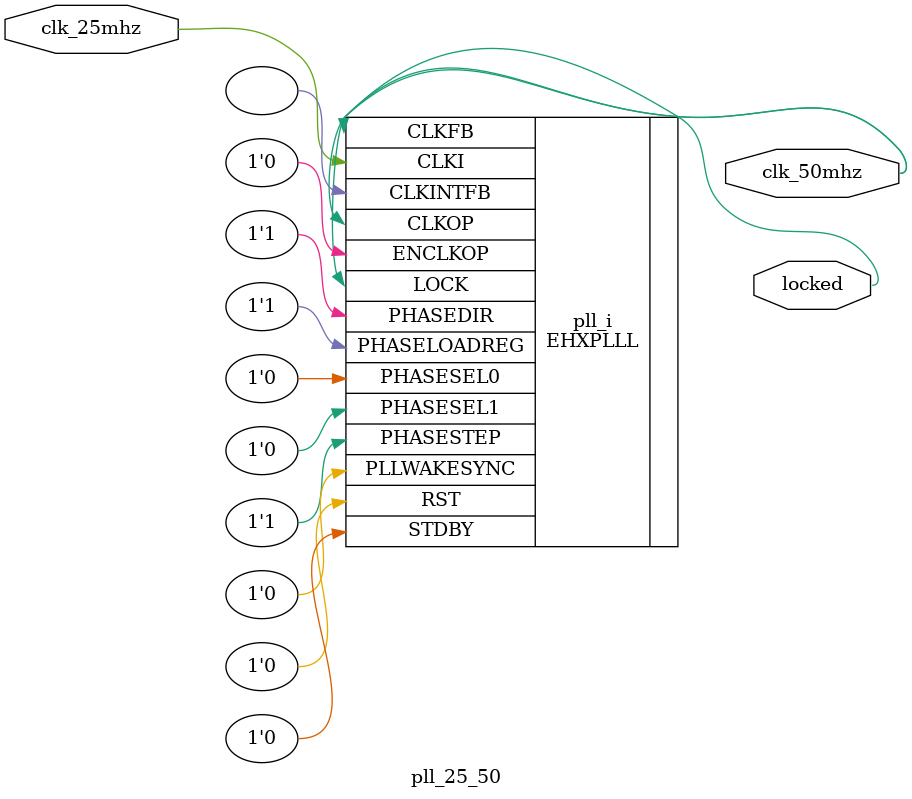
<source format=v>
module pll_25_50
(
    input clk_25mhz, // 25 MHz, 0 deg
    output clk_50mhz, // 50 MHz, 0 deg
    output locked
);
(* FREQUENCY_PIN_CLKI="25" *)
(* FREQUENCY_PIN_CLKOP="50" *)
(* ICP_CURRENT="12" *) (* LPF_RESISTOR="8" *) (* MFG_ENABLE_FILTEROPAMP="1" *) (* MFG_GMCREF_SEL="2" *)
EHXPLLL #(
        .PLLRST_ENA("DISABLED"),
        .INTFB_WAKE("DISABLED"),
        .STDBY_ENABLE("DISABLED"),
        .DPHASE_SOURCE("DISABLED"),
        .OUTDIVIDER_MUXA("DIVA"),
        .OUTDIVIDER_MUXB("DIVB"),
        .OUTDIVIDER_MUXC("DIVC"),
        .OUTDIVIDER_MUXD("DIVD"),
        .CLKI_DIV(1),
        .CLKOP_ENABLE("ENABLED"),
        .CLKOP_DIV(12),
        .CLKOP_CPHASE(5),
        .CLKOP_FPHASE(0),
        .FEEDBK_PATH("CLKOP"),
        .CLKFB_DIV(2)
    ) pll_i (
        .RST(1'b0),
        .STDBY(1'b0),
        .CLKI(clk_25mhz),
        .CLKOP(clk_50mhz),
        .CLKFB(clk_50mhz),
        .CLKINTFB(),
        .PHASESEL0(1'b0),
        .PHASESEL1(1'b0),
        .PHASEDIR(1'b1),
        .PHASESTEP(1'b1),
        .PHASELOADREG(1'b1),
        .PLLWAKESYNC(1'b0),
        .ENCLKOP(1'b0),
        .LOCK(locked)
	);
endmodule

</source>
